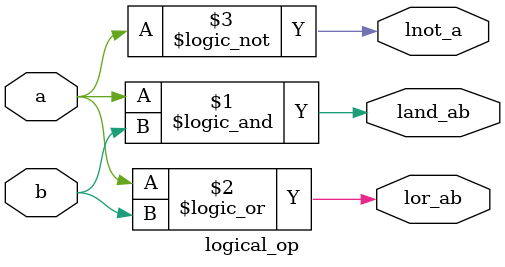
<source format=sv>


module logical_op (
    input  wire a,
    input  wire b,
    output wire land_ab,
    output wire lor_ab,
    output wire lnot_a
);
    assign land_ab = a && b;
    assign lor_ab  = a || b;
    assign lnot_a  = !a;
endmodule

</source>
